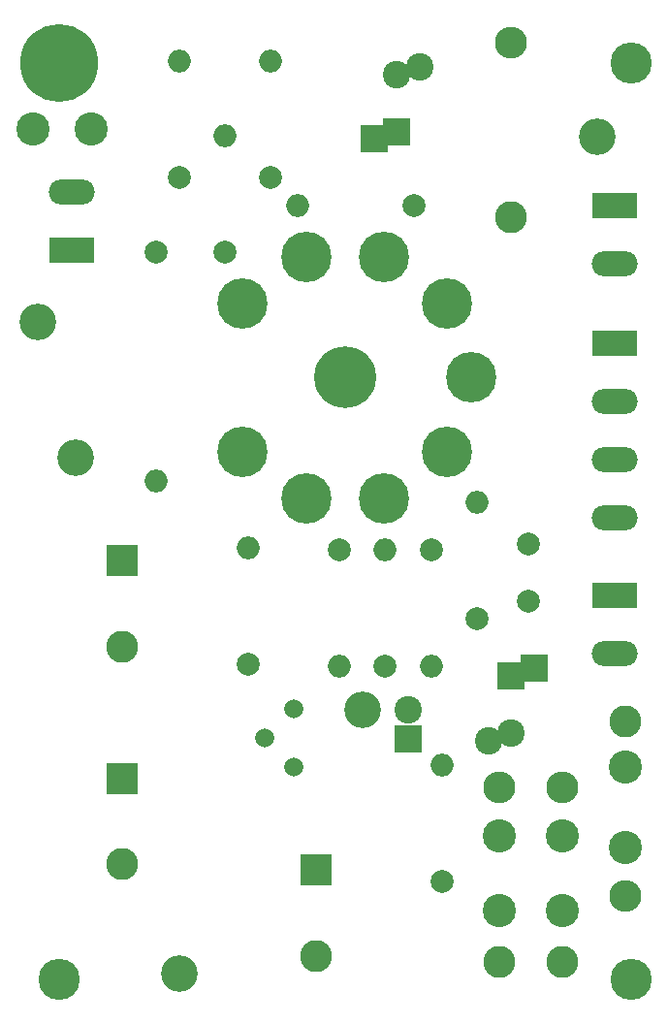
<source format=gbr>
G04 #@! TF.FileFunction,Soldermask,Top*
%FSLAX46Y46*%
G04 Gerber Fmt 4.6, Leading zero omitted, Abs format (unit mm)*
G04 Created by KiCad (PCBNEW 4.0.7) date Friday, 27 April 2018 'PMt' 15:38:10*
%MOMM*%
%LPD*%
G01*
G04 APERTURE LIST*
%ADD10C,0.100000*%
%ADD11C,2.900000*%
%ADD12C,3.200000*%
%ADD13C,2.800000*%
%ADD14O,2.800000X2.800000*%
%ADD15R,2.800000X2.800000*%
%ADD16C,3.600000*%
%ADD17C,2.000000*%
%ADD18O,2.000000X2.000000*%
%ADD19C,6.800000*%
%ADD20R,4.000000X2.200000*%
%ADD21O,4.000000X2.200000*%
%ADD22R,2.400000X2.400000*%
%ADD23C,2.400000*%
%ADD24C,4.400000*%
%ADD25C,5.400000*%
%ADD26C,2.899360*%
%ADD27C,1.660000*%
G04 APERTURE END LIST*
D10*
D11*
X227000000Y-131000000D03*
X221500000Y-136500000D03*
X216000000Y-130000000D03*
D12*
X204000000Y-119000000D03*
D11*
X216000000Y-136500000D03*
X221500000Y-130000000D03*
D13*
X216000000Y-141000000D03*
D14*
X216000000Y-125760000D03*
D11*
X227000000Y-124000000D03*
D15*
X200000000Y-133000000D03*
D13*
X200000000Y-140500000D03*
D16*
X227500000Y-62500000D03*
X227500000Y-142500000D03*
X177500000Y-142500000D03*
D17*
X186000000Y-79000000D03*
D18*
X186000000Y-99000000D03*
D19*
X177500000Y-62500000D03*
D12*
X224500000Y-69000000D03*
X175700000Y-85100000D03*
D20*
X178600000Y-78900000D03*
D21*
X178600000Y-73820000D03*
D20*
X226000000Y-109000000D03*
D21*
X226000000Y-114080000D03*
D12*
X179000000Y-97000000D03*
X188000000Y-142000000D03*
D22*
X207000000Y-68500000D03*
D23*
X207000000Y-63500000D03*
D22*
X205000000Y-69172144D03*
D23*
X209000000Y-62827856D03*
D24*
X193568200Y-83511000D03*
X199088300Y-79500000D03*
X205911700Y-79500000D03*
X211431800Y-83510600D03*
X213540400Y-90000000D03*
X211431800Y-96489400D03*
X205911700Y-100500000D03*
X199088300Y-100500000D03*
X193568200Y-96489400D03*
D25*
X202500000Y-90000000D03*
D17*
X218500000Y-104500000D03*
X218500000Y-109500000D03*
X188000000Y-72500000D03*
D18*
X188000000Y-62340000D03*
D17*
X192000000Y-79000000D03*
D18*
X192000000Y-68840000D03*
D17*
X196000000Y-72500000D03*
D18*
X196000000Y-62340000D03*
D17*
X208500000Y-75000000D03*
D18*
X198340000Y-75000000D03*
D13*
X217000000Y-76000000D03*
D14*
X217000000Y-60760000D03*
D17*
X206000000Y-115150000D03*
D18*
X206000000Y-104990000D03*
D13*
X227000000Y-120000000D03*
D14*
X227000000Y-135240000D03*
D17*
X214000000Y-111000000D03*
D18*
X214000000Y-100840000D03*
D15*
X183000000Y-125000000D03*
D13*
X183000000Y-132500000D03*
D17*
X194000000Y-115000000D03*
D18*
X194000000Y-104840000D03*
D15*
X183000000Y-106000000D03*
D13*
X183000000Y-113500000D03*
D17*
X202000000Y-105000000D03*
D18*
X202000000Y-115160000D03*
D17*
X210000000Y-105000000D03*
D18*
X210000000Y-115160000D03*
D26*
X175200000Y-68250000D03*
X180360000Y-68250000D03*
D13*
X221500000Y-141000000D03*
D14*
X221500000Y-125760000D03*
D22*
X217000000Y-116000000D03*
D23*
X217000000Y-121000000D03*
D22*
X219000000Y-115327856D03*
D23*
X215000000Y-121672144D03*
D20*
X226000000Y-75000000D03*
D21*
X226000000Y-80080000D03*
D17*
X211000000Y-134000000D03*
D18*
X211000000Y-123840000D03*
D27*
X198000000Y-118920000D03*
X195460000Y-121460000D03*
X198000000Y-124000000D03*
D22*
X208000000Y-121500000D03*
D23*
X208000000Y-118960000D03*
D20*
X226000000Y-87000000D03*
D21*
X226000000Y-92080000D03*
X226000000Y-97160000D03*
X226000000Y-102240000D03*
M02*

</source>
